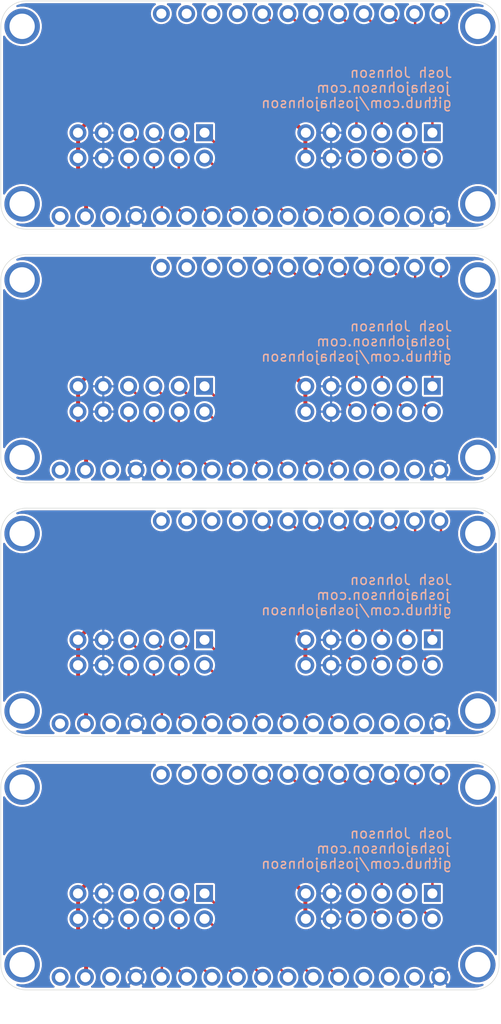
<source format=kicad_pcb>
(kicad_pcb (version 20171130) (host pcbnew "(5.1.2)-1")
  (layers (0 F.Cu signal) (31 B.Cu signal) (34 B.Paste user) (35 F.Paste user) (36 B.SilkS user) (37 F.SilkS user) (38 B.Mask user) (39 F.Mask user) (44 Edge.Cuts user))
  (net 0 "")
  (net 1 +3V3)
  (net 2 GND)
  (net 3 /P1_10)
  (net 4 /P1_4)
  (net 5 /P1_9)
  (net 6 /P1_3)
  (net 7 /P1_8)
  (net 8 /P1_2)
  (net 9 /P1_7)
  (net 10 /P1_1)
  (net 11 /P2_10)
  (net 12 /P2_4)
  (net 13 /P2_9)
  (net 14 /P2_3)
  (net 15 /P2_8)
  (net 16 /P2_2)
  (net 17 /P2_7)
  (net 18 /P2_1)
  (net 19 "Net-(J1-Pad3)")
  (net 20 "Net-(J1-Pad13)")
  (net 21 "Net-(J1-Pad14)")
  (net 22 "Net-(J1-Pad15)")
  (net 23 "Net-(J1-Pad1)")
  (net 24 "Net-(J1-Pad28)")
  (net 25 "Net-(J1-Pad27)")
  (net 26 "Net-(J1-Pad26)")
  (net 27 "Net-(J1-Pad25)")
  (module josh-logos:josh-details (layer B.Cu) (at 126.1 141.8 180)
    (fp_text reference REF**)
    (fp_text value "Josh Details")
    (fp_text user "Josh Johnson" (at 0.2 1 180) (layer B.SilkS) (effects (justify mirror)))
    (fp_text user joshajohnson.com (at 2 -0.5) (layer B.SilkS) (effects (justify mirror)))
    (fp_text user github.com/joshajohnson (at 4.6736 -2.032) (layer B.SilkS) (effects (justify mirror)))
  )
  (module josh-logos:josh-details (layer B.Cu) (at 126.1 116.4 180)
    (fp_text reference REF**)
    (fp_text value "Josh Details")
    (fp_text user "Josh Johnson" (at 0.2 1 180) (layer B.SilkS) (effects (justify mirror)))
    (fp_text user joshajohnson.com (at 2 -0.5) (layer B.SilkS) (effects (justify mirror)))
    (fp_text user github.com/joshajohnson (at 4.6736 -2.032) (layer B.SilkS) (effects (justify mirror)))
  )
  (module josh-logos:josh-details (layer B.Cu) (at 126.1 91 180)
    (fp_text reference REF**)
    (fp_text value "Josh Details")
    (fp_text user "Josh Johnson" (at 0.2 1 180) (layer B.SilkS) (effects (justify mirror)))
    (fp_text user joshajohnson.com (at 2 -0.5) (layer B.SilkS) (effects (justify mirror)))
    (fp_text user github.com/joshajohnson (at 4.6736 -2.032) (layer B.SilkS) (effects (justify mirror)))
  )
  (module josh-connectors:PMOD_HOST (layer F.Cu) (at 99.822 152.146 270)
    (fp_text reference J3 hide)
    (fp_text value PMOD)
    (pad 7 thru_hole oval (at -2.7908 -6.36044 90) (size 1.7 1.7) (drill 1) (layers *.Cu *.Mask) (net 9 /P1_7))
    (pad 6 thru_hole oval (at -5.3308 6.33956 90) (size 1.7 1.7) (drill 1) (layers *.Cu *.Mask) (net 1 +3V3))
    (pad 8 thru_hole oval (at -2.7908 -3.82044 90) (size 1.7 1.7) (drill 1) (layers *.Cu *.Mask) (net 7 /P1_8))
    (pad 2 thru_hole oval (at -5.3308 -3.82044 90) (size 1.7 1.7) (drill 1) (layers *.Cu *.Mask) (net 8 /P1_2))
    (pad 9 thru_hole oval (at -2.7908 -1.28044 90) (size 1.7 1.7) (drill 1) (layers *.Cu *.Mask) (net 5 /P1_9))
    (pad 3 thru_hole oval (at -5.3308 -1.28044 90) (size 1.7 1.7) (drill 1) (layers *.Cu *.Mask) (net 6 /P1_3))
    (pad 10 thru_hole oval (at -2.7908 1.25956 90) (size 1.7 1.7) (drill 1) (layers *.Cu *.Mask) (net 3 /P1_10))
    (pad 4 thru_hole oval (at -5.3308 1.25956 90) (size 1.7 1.7) (drill 1) (layers *.Cu *.Mask) (net 4 /P1_4))
    (pad 11 thru_hole oval (at -2.7908 3.79956 90) (size 1.7 1.7) (drill 1) (layers *.Cu *.Mask) (net 2 GND))
    (pad 5 thru_hole oval (at -5.3308 3.79956 90) (size 1.7 1.7) (drill 1) (layers *.Cu *.Mask) (net 2 GND))
    (pad 12 thru_hole oval (at -2.7908 6.33956 90) (size 1.7 1.7) (drill 1) (layers *.Cu *.Mask) (net 1 +3V3))
    (pad 1 thru_hole rect (at -5.3308 -6.36044 90) (size 1.7 1.7) (drill 1) (layers *.Cu *.Mask) (net 10 /P1_1))
  )
  (module josh-connectors:PMOD_HOST (layer F.Cu) (at 99.822 126.746 270)
    (fp_text reference J3 hide)
    (fp_text value PMOD)
    (pad 7 thru_hole oval (at -2.7908 -6.36044 90) (size 1.7 1.7) (drill 1) (layers *.Cu *.Mask) (net 9 /P1_7))
    (pad 6 thru_hole oval (at -5.3308 6.33956 90) (size 1.7 1.7) (drill 1) (layers *.Cu *.Mask) (net 1 +3V3))
    (pad 8 thru_hole oval (at -2.7908 -3.82044 90) (size 1.7 1.7) (drill 1) (layers *.Cu *.Mask) (net 7 /P1_8))
    (pad 2 thru_hole oval (at -5.3308 -3.82044 90) (size 1.7 1.7) (drill 1) (layers *.Cu *.Mask) (net 8 /P1_2))
    (pad 9 thru_hole oval (at -2.7908 -1.28044 90) (size 1.7 1.7) (drill 1) (layers *.Cu *.Mask) (net 5 /P1_9))
    (pad 3 thru_hole oval (at -5.3308 -1.28044 90) (size 1.7 1.7) (drill 1) (layers *.Cu *.Mask) (net 6 /P1_3))
    (pad 10 thru_hole oval (at -2.7908 1.25956 90) (size 1.7 1.7) (drill 1) (layers *.Cu *.Mask) (net 3 /P1_10))
    (pad 4 thru_hole oval (at -5.3308 1.25956 90) (size 1.7 1.7) (drill 1) (layers *.Cu *.Mask) (net 4 /P1_4))
    (pad 11 thru_hole oval (at -2.7908 3.79956 90) (size 1.7 1.7) (drill 1) (layers *.Cu *.Mask) (net 2 GND))
    (pad 5 thru_hole oval (at -5.3308 3.79956 90) (size 1.7 1.7) (drill 1) (layers *.Cu *.Mask) (net 2 GND))
    (pad 12 thru_hole oval (at -2.7908 6.33956 90) (size 1.7 1.7) (drill 1) (layers *.Cu *.Mask) (net 1 +3V3))
    (pad 1 thru_hole rect (at -5.3308 -6.36044 90) (size 1.7 1.7) (drill 1) (layers *.Cu *.Mask) (net 10 /P1_1))
  )
  (module josh-connectors:PMOD_HOST (layer F.Cu) (at 99.822 101.346 270)
    (fp_text reference J3 hide)
    (fp_text value PMOD)
    (pad 7 thru_hole oval (at -2.7908 -6.36044 90) (size 1.7 1.7) (drill 1) (layers *.Cu *.Mask) (net 9 /P1_7))
    (pad 6 thru_hole oval (at -5.3308 6.33956 90) (size 1.7 1.7) (drill 1) (layers *.Cu *.Mask) (net 1 +3V3))
    (pad 8 thru_hole oval (at -2.7908 -3.82044 90) (size 1.7 1.7) (drill 1) (layers *.Cu *.Mask) (net 7 /P1_8))
    (pad 2 thru_hole oval (at -5.3308 -3.82044 90) (size 1.7 1.7) (drill 1) (layers *.Cu *.Mask) (net 8 /P1_2))
    (pad 9 thru_hole oval (at -2.7908 -1.28044 90) (size 1.7 1.7) (drill 1) (layers *.Cu *.Mask) (net 5 /P1_9))
    (pad 3 thru_hole oval (at -5.3308 -1.28044 90) (size 1.7 1.7) (drill 1) (layers *.Cu *.Mask) (net 6 /P1_3))
    (pad 10 thru_hole oval (at -2.7908 1.25956 90) (size 1.7 1.7) (drill 1) (layers *.Cu *.Mask) (net 3 /P1_10))
    (pad 4 thru_hole oval (at -5.3308 1.25956 90) (size 1.7 1.7) (drill 1) (layers *.Cu *.Mask) (net 4 /P1_4))
    (pad 11 thru_hole oval (at -2.7908 3.79956 90) (size 1.7 1.7) (drill 1) (layers *.Cu *.Mask) (net 2 GND))
    (pad 5 thru_hole oval (at -5.3308 3.79956 90) (size 1.7 1.7) (drill 1) (layers *.Cu *.Mask) (net 2 GND))
    (pad 12 thru_hole oval (at -2.7908 6.33956 90) (size 1.7 1.7) (drill 1) (layers *.Cu *.Mask) (net 1 +3V3))
    (pad 1 thru_hole rect (at -5.3308 -6.36044 90) (size 1.7 1.7) (drill 1) (layers *.Cu *.Mask) (net 10 /P1_1))
  )
  (module josh-connectors:featherwing (layer F.Cu) (at 110.74 145.05)
    (fp_text reference J1)
    (fp_text value Feather)
    (fp_line (start 24.993132 8.938762) (end 24.9936 -8.89) (layer Edge.Cuts) (width 0.05))
    (fp_line (start -24.9936 -8.89) (end -24.9936 8.89) (layer Edge.Cuts) (width 0.05))
    (fp_arc (start 22.4536 -8.89) (end 22.4536 -11.43) (angle 90) (layer Edge.Cuts) (width 0.05))
    (fp_arc (start 22.4536 8.89) (end 22.4536 11.43) (angle -88.9) (layer Edge.Cuts) (width 0.05))
    (fp_arc (start -22.4536 8.89) (end -22.4536 11.43) (angle 90) (layer Edge.Cuts) (width 0.05))
    (fp_arc (start -22.4536 -8.89) (end -24.9936 -8.89) (angle 90) (layer Edge.Cuts) (width 0.05))
    (pad "" np_thru_hole circle (at 22.86 8.89) (size 3.556 3.556) (drill 2.54) (layers *.Cu *.Mask))
    (pad "" np_thru_hole circle (at -22.86 8.89) (size 3.556 3.556) (drill 2.54) (layers *.Cu *.Mask))
    (pad "" np_thru_hole circle (at 22.86 -8.89) (size 3.556 3.556) (drill 2.54) (layers *.Cu *.Mask))
    (pad "" np_thru_hole circle (at -22.86 -8.89) (size 3.556 3.556) (drill 2.54) (layers *.Cu *.Mask))
    (pad 17 thru_hole circle (at 19.05 -10.16) (size 1.7 1.7) (drill 1) (layers *.Cu *.Mask) (net 18 /P2_1))
    (pad 18 thru_hole circle (at 16.51 -10.16) (size 1.7 1.7) (drill 1) (layers *.Cu *.Mask) (net 17 /P2_7))
    (pad 19 thru_hole circle (at 13.97 -10.16) (size 1.7 1.7) (drill 1) (layers *.Cu *.Mask) (net 16 /P2_2))
    (pad 20 thru_hole circle (at 11.43 -10.16) (size 1.7 1.7) (drill 1) (layers *.Cu *.Mask) (net 15 /P2_8))
    (pad 21 thru_hole circle (at 8.89 -10.16) (size 1.7 1.7) (drill 1) (layers *.Cu *.Mask) (net 14 /P2_3))
    (pad 22 thru_hole circle (at 6.35 -10.16) (size 1.7 1.7) (drill 1) (layers *.Cu *.Mask) (net 13 /P2_9))
    (pad 23 thru_hole circle (at 3.81 -10.16) (size 1.7 1.7) (drill 1) (layers *.Cu *.Mask) (net 12 /P2_4))
    (pad 24 thru_hole circle (at 1.27 -10.16) (size 1.7 1.7) (drill 1) (layers *.Cu *.Mask) (net 11 /P2_10))
    (pad 25 thru_hole circle (at -1.27 -10.16) (size 1.7 1.7) (drill 1) (layers *.Cu *.Mask) (net 27 "Net-(J1-Pad25)"))
    (pad 26 thru_hole circle (at -3.81 -10.16) (size 1.7 1.7) (drill 1) (layers *.Cu *.Mask) (net 26 "Net-(J1-Pad26)"))
    (pad 27 thru_hole circle (at -6.35 -10.16) (size 1.7 1.7) (drill 1) (layers *.Cu *.Mask) (net 25 "Net-(J1-Pad27)"))
    (pad 28 thru_hole circle (at -8.89 -10.16) (size 1.7 1.7) (drill 1) (layers *.Cu *.Mask) (net 24 "Net-(J1-Pad28)"))
    (pad 16 thru_hole circle (at 19.05 10.16) (size 1.7 1.7) (drill 1) (layers *.Cu *.Mask) (net 2 GND))
    (pad 1 thru_hole circle (at -19.05 10.16) (size 1.7 1.7) (drill 1) (layers *.Cu *.Mask) (net 23 "Net-(J1-Pad1)"))
    (pad 15 thru_hole circle (at 16.51 10.16) (size 1.7 1.7) (drill 1) (layers *.Cu *.Mask) (net 22 "Net-(J1-Pad15)"))
    (pad 14 thru_hole circle (at 13.97 10.16) (size 1.7 1.7) (drill 1) (layers *.Cu *.Mask) (net 21 "Net-(J1-Pad14)"))
    (pad 13 thru_hole circle (at 11.43 10.16) (size 1.7 1.7) (drill 1) (layers *.Cu *.Mask) (net 20 "Net-(J1-Pad13)"))
    (pad 12 thru_hole circle (at 8.89 10.16) (size 1.7 1.7) (drill 1) (layers *.Cu *.Mask) (net 10 /P1_1))
    (pad 11 thru_hole circle (at 6.35 10.16) (size 1.7 1.7) (drill 1) (layers *.Cu *.Mask) (net 9 /P1_7))
    (pad 10 thru_hole circle (at 3.81 10.16) (size 1.7 1.7) (drill 1) (layers *.Cu *.Mask) (net 8 /P1_2))
    (pad 9 thru_hole circle (at 1.27 10.16) (size 1.7 1.7) (drill 1) (layers *.Cu *.Mask) (net 7 /P1_8))
    (pad 8 thru_hole circle (at -1.27 10.16) (size 1.7 1.7) (drill 1) (layers *.Cu *.Mask) (net 6 /P1_3))
    (pad 7 thru_hole circle (at -3.81 10.16) (size 1.7 1.7) (drill 1) (layers *.Cu *.Mask) (net 5 /P1_9))
    (pad 6 thru_hole circle (at -6.35 10.16) (size 1.7 1.7) (drill 1) (layers *.Cu *.Mask) (net 4 /P1_4))
    (pad 5 thru_hole circle (at -8.89 10.16) (size 1.7 1.7) (drill 1) (layers *.Cu *.Mask) (net 3 /P1_10))
    (pad 4 thru_hole circle (at -11.43 10.16) (size 1.7 1.7) (drill 1) (layers *.Cu *.Mask) (net 2 GND))
    (pad 3 thru_hole circle (at -13.97 10.16) (size 1.7 1.7) (drill 1) (layers *.Cu *.Mask) (net 19 "Net-(J1-Pad3)"))
    (pad 2 thru_hole circle (at -16.51 10.16) (size 1.7 1.7) (drill 1) (layers *.Cu *.Mask) (net 1 +3V3))
  )
  (module josh-connectors:featherwing (layer F.Cu) (at 110.74 119.65)
    (fp_text reference J1)
    (fp_text value Feather)
    (fp_line (start 24.993132 8.938762) (end 24.9936 -8.89) (layer Edge.Cuts) (width 0.05))
    (fp_line (start -24.9936 -8.89) (end -24.9936 8.89) (layer Edge.Cuts) (width 0.05))
    (fp_arc (start 22.4536 -8.89) (end 22.4536 -11.43) (angle 90) (layer Edge.Cuts) (width 0.05))
    (fp_arc (start 22.4536 8.89) (end 22.4536 11.43) (angle -88.9) (layer Edge.Cuts) (width 0.05))
    (fp_arc (start -22.4536 8.89) (end -22.4536 11.43) (angle 90) (layer Edge.Cuts) (width 0.05))
    (fp_arc (start -22.4536 -8.89) (end -24.9936 -8.89) (angle 90) (layer Edge.Cuts) (width 0.05))
    (pad "" np_thru_hole circle (at 22.86 8.89) (size 3.556 3.556) (drill 2.54) (layers *.Cu *.Mask))
    (pad "" np_thru_hole circle (at -22.86 8.89) (size 3.556 3.556) (drill 2.54) (layers *.Cu *.Mask))
    (pad "" np_thru_hole circle (at 22.86 -8.89) (size 3.556 3.556) (drill 2.54) (layers *.Cu *.Mask))
    (pad "" np_thru_hole circle (at -22.86 -8.89) (size 3.556 3.556) (drill 2.54) (layers *.Cu *.Mask))
    (pad 17 thru_hole circle (at 19.05 -10.16) (size 1.7 1.7) (drill 1) (layers *.Cu *.Mask) (net 18 /P2_1))
    (pad 18 thru_hole circle (at 16.51 -10.16) (size 1.7 1.7) (drill 1) (layers *.Cu *.Mask) (net 17 /P2_7))
    (pad 19 thru_hole circle (at 13.97 -10.16) (size 1.7 1.7) (drill 1) (layers *.Cu *.Mask) (net 16 /P2_2))
    (pad 20 thru_hole circle (at 11.43 -10.16) (size 1.7 1.7) (drill 1) (layers *.Cu *.Mask) (net 15 /P2_8))
    (pad 21 thru_hole circle (at 8.89 -10.16) (size 1.7 1.7) (drill 1) (layers *.Cu *.Mask) (net 14 /P2_3))
    (pad 22 thru_hole circle (at 6.35 -10.16) (size 1.7 1.7) (drill 1) (layers *.Cu *.Mask) (net 13 /P2_9))
    (pad 23 thru_hole circle (at 3.81 -10.16) (size 1.7 1.7) (drill 1) (layers *.Cu *.Mask) (net 12 /P2_4))
    (pad 24 thru_hole circle (at 1.27 -10.16) (size 1.7 1.7) (drill 1) (layers *.Cu *.Mask) (net 11 /P2_10))
    (pad 25 thru_hole circle (at -1.27 -10.16) (size 1.7 1.7) (drill 1) (layers *.Cu *.Mask) (net 27 "Net-(J1-Pad25)"))
    (pad 26 thru_hole circle (at -3.81 -10.16) (size 1.7 1.7) (drill 1) (layers *.Cu *.Mask) (net 26 "Net-(J1-Pad26)"))
    (pad 27 thru_hole circle (at -6.35 -10.16) (size 1.7 1.7) (drill 1) (layers *.Cu *.Mask) (net 25 "Net-(J1-Pad27)"))
    (pad 28 thru_hole circle (at -8.89 -10.16) (size 1.7 1.7) (drill 1) (layers *.Cu *.Mask) (net 24 "Net-(J1-Pad28)"))
    (pad 16 thru_hole circle (at 19.05 10.16) (size 1.7 1.7) (drill 1) (layers *.Cu *.Mask) (net 2 GND))
    (pad 1 thru_hole circle (at -19.05 10.16) (size 1.7 1.7) (drill 1) (layers *.Cu *.Mask) (net 23 "Net-(J1-Pad1)"))
    (pad 15 thru_hole circle (at 16.51 10.16) (size 1.7 1.7) (drill 1) (layers *.Cu *.Mask) (net 22 "Net-(J1-Pad15)"))
    (pad 14 thru_hole circle (at 13.97 10.16) (size 1.7 1.7) (drill 1) (layers *.Cu *.Mask) (net 21 "Net-(J1-Pad14)"))
    (pad 13 thru_hole circle (at 11.43 10.16) (size 1.7 1.7) (drill 1) (layers *.Cu *.Mask) (net 20 "Net-(J1-Pad13)"))
    (pad 12 thru_hole circle (at 8.89 10.16) (size 1.7 1.7) (drill 1) (layers *.Cu *.Mask) (net 10 /P1_1))
    (pad 11 thru_hole circle (at 6.35 10.16) (size 1.7 1.7) (drill 1) (layers *.Cu *.Mask) (net 9 /P1_7))
    (pad 10 thru_hole circle (at 3.81 10.16) (size 1.7 1.7) (drill 1) (layers *.Cu *.Mask) (net 8 /P1_2))
    (pad 9 thru_hole circle (at 1.27 10.16) (size 1.7 1.7) (drill 1) (layers *.Cu *.Mask) (net 7 /P1_8))
    (pad 8 thru_hole circle (at -1.27 10.16) (size 1.7 1.7) (drill 1) (layers *.Cu *.Mask) (net 6 /P1_3))
    (pad 7 thru_hole circle (at -3.81 10.16) (size 1.7 1.7) (drill 1) (layers *.Cu *.Mask) (net 5 /P1_9))
    (pad 6 thru_hole circle (at -6.35 10.16) (size 1.7 1.7) (drill 1) (layers *.Cu *.Mask) (net 4 /P1_4))
    (pad 5 thru_hole circle (at -8.89 10.16) (size 1.7 1.7) (drill 1) (layers *.Cu *.Mask) (net 3 /P1_10))
    (pad 4 thru_hole circle (at -11.43 10.16) (size 1.7 1.7) (drill 1) (layers *.Cu *.Mask) (net 2 GND))
    (pad 3 thru_hole circle (at -13.97 10.16) (size 1.7 1.7) (drill 1) (layers *.Cu *.Mask) (net 19 "Net-(J1-Pad3)"))
    (pad 2 thru_hole circle (at -16.51 10.16) (size 1.7 1.7) (drill 1) (layers *.Cu *.Mask) (net 1 +3V3))
  )
  (module josh-connectors:featherwing (layer F.Cu) (at 110.74 94.25)
    (fp_text reference J1)
    (fp_text value Feather)
    (fp_line (start 24.993132 8.938762) (end 24.9936 -8.89) (layer Edge.Cuts) (width 0.05))
    (fp_line (start -24.9936 -8.89) (end -24.9936 8.89) (layer Edge.Cuts) (width 0.05))
    (fp_arc (start 22.4536 -8.89) (end 22.4536 -11.43) (angle 90) (layer Edge.Cuts) (width 0.05))
    (fp_arc (start 22.4536 8.89) (end 22.4536 11.43) (angle -88.9) (layer Edge.Cuts) (width 0.05))
    (fp_arc (start -22.4536 8.89) (end -22.4536 11.43) (angle 90) (layer Edge.Cuts) (width 0.05))
    (fp_arc (start -22.4536 -8.89) (end -24.9936 -8.89) (angle 90) (layer Edge.Cuts) (width 0.05))
    (pad "" np_thru_hole circle (at 22.86 8.89) (size 3.556 3.556) (drill 2.54) (layers *.Cu *.Mask))
    (pad "" np_thru_hole circle (at -22.86 8.89) (size 3.556 3.556) (drill 2.54) (layers *.Cu *.Mask))
    (pad "" np_thru_hole circle (at 22.86 -8.89) (size 3.556 3.556) (drill 2.54) (layers *.Cu *.Mask))
    (pad "" np_thru_hole circle (at -22.86 -8.89) (size 3.556 3.556) (drill 2.54) (layers *.Cu *.Mask))
    (pad 17 thru_hole circle (at 19.05 -10.16) (size 1.7 1.7) (drill 1) (layers *.Cu *.Mask) (net 18 /P2_1))
    (pad 18 thru_hole circle (at 16.51 -10.16) (size 1.7 1.7) (drill 1) (layers *.Cu *.Mask) (net 17 /P2_7))
    (pad 19 thru_hole circle (at 13.97 -10.16) (size 1.7 1.7) (drill 1) (layers *.Cu *.Mask) (net 16 /P2_2))
    (pad 20 thru_hole circle (at 11.43 -10.16) (size 1.7 1.7) (drill 1) (layers *.Cu *.Mask) (net 15 /P2_8))
    (pad 21 thru_hole circle (at 8.89 -10.16) (size 1.7 1.7) (drill 1) (layers *.Cu *.Mask) (net 14 /P2_3))
    (pad 22 thru_hole circle (at 6.35 -10.16) (size 1.7 1.7) (drill 1) (layers *.Cu *.Mask) (net 13 /P2_9))
    (pad 23 thru_hole circle (at 3.81 -10.16) (size 1.7 1.7) (drill 1) (layers *.Cu *.Mask) (net 12 /P2_4))
    (pad 24 thru_hole circle (at 1.27 -10.16) (size 1.7 1.7) (drill 1) (layers *.Cu *.Mask) (net 11 /P2_10))
    (pad 25 thru_hole circle (at -1.27 -10.16) (size 1.7 1.7) (drill 1) (layers *.Cu *.Mask) (net 27 "Net-(J1-Pad25)"))
    (pad 26 thru_hole circle (at -3.81 -10.16) (size 1.7 1.7) (drill 1) (layers *.Cu *.Mask) (net 26 "Net-(J1-Pad26)"))
    (pad 27 thru_hole circle (at -6.35 -10.16) (size 1.7 1.7) (drill 1) (layers *.Cu *.Mask) (net 25 "Net-(J1-Pad27)"))
    (pad 28 thru_hole circle (at -8.89 -10.16) (size 1.7 1.7) (drill 1) (layers *.Cu *.Mask) (net 24 "Net-(J1-Pad28)"))
    (pad 16 thru_hole circle (at 19.05 10.16) (size 1.7 1.7) (drill 1) (layers *.Cu *.Mask) (net 2 GND))
    (pad 1 thru_hole circle (at -19.05 10.16) (size 1.7 1.7) (drill 1) (layers *.Cu *.Mask) (net 23 "Net-(J1-Pad1)"))
    (pad 15 thru_hole circle (at 16.51 10.16) (size 1.7 1.7) (drill 1) (layers *.Cu *.Mask) (net 22 "Net-(J1-Pad15)"))
    (pad 14 thru_hole circle (at 13.97 10.16) (size 1.7 1.7) (drill 1) (layers *.Cu *.Mask) (net 21 "Net-(J1-Pad14)"))
    (pad 13 thru_hole circle (at 11.43 10.16) (size 1.7 1.7) (drill 1) (layers *.Cu *.Mask) (net 20 "Net-(J1-Pad13)"))
    (pad 12 thru_hole circle (at 8.89 10.16) (size 1.7 1.7) (drill 1) (layers *.Cu *.Mask) (net 10 /P1_1))
    (pad 11 thru_hole circle (at 6.35 10.16) (size 1.7 1.7) (drill 1) (layers *.Cu *.Mask) (net 9 /P1_7))
    (pad 10 thru_hole circle (at 3.81 10.16) (size 1.7 1.7) (drill 1) (layers *.Cu *.Mask) (net 8 /P1_2))
    (pad 9 thru_hole circle (at 1.27 10.16) (size 1.7 1.7) (drill 1) (layers *.Cu *.Mask) (net 7 /P1_8))
    (pad 8 thru_hole circle (at -1.27 10.16) (size 1.7 1.7) (drill 1) (layers *.Cu *.Mask) (net 6 /P1_3))
    (pad 7 thru_hole circle (at -3.81 10.16) (size 1.7 1.7) (drill 1) (layers *.Cu *.Mask) (net 5 /P1_9))
    (pad 6 thru_hole circle (at -6.35 10.16) (size 1.7 1.7) (drill 1) (layers *.Cu *.Mask) (net 4 /P1_4))
    (pad 5 thru_hole circle (at -8.89 10.16) (size 1.7 1.7) (drill 1) (layers *.Cu *.Mask) (net 3 /P1_10))
    (pad 4 thru_hole circle (at -11.43 10.16) (size 1.7 1.7) (drill 1) (layers *.Cu *.Mask) (net 2 GND))
    (pad 3 thru_hole circle (at -13.97 10.16) (size 1.7 1.7) (drill 1) (layers *.Cu *.Mask) (net 19 "Net-(J1-Pad3)"))
    (pad 2 thru_hole circle (at -16.51 10.16) (size 1.7 1.7) (drill 1) (layers *.Cu *.Mask) (net 1 +3V3))
  )
  (module josh-connectors:PMOD_HOST (layer F.Cu) (at 122.682 152.146 270)
    (fp_text reference J2 hide)
    (fp_text value PMOD)
    (pad 7 thru_hole oval (at -2.7908 -6.36044 90) (size 1.7 1.7) (drill 1) (layers *.Cu *.Mask) (net 17 /P2_7))
    (pad 6 thru_hole oval (at -5.3308 6.33956 90) (size 1.7 1.7) (drill 1) (layers *.Cu *.Mask) (net 1 +3V3))
    (pad 8 thru_hole oval (at -2.7908 -3.82044 90) (size 1.7 1.7) (drill 1) (layers *.Cu *.Mask) (net 15 /P2_8))
    (pad 2 thru_hole oval (at -5.3308 -3.82044 90) (size 1.7 1.7) (drill 1) (layers *.Cu *.Mask) (net 16 /P2_2))
    (pad 9 thru_hole oval (at -2.7908 -1.28044 90) (size 1.7 1.7) (drill 1) (layers *.Cu *.Mask) (net 13 /P2_9))
    (pad 3 thru_hole oval (at -5.3308 -1.28044 90) (size 1.7 1.7) (drill 1) (layers *.Cu *.Mask) (net 14 /P2_3))
    (pad 10 thru_hole oval (at -2.7908 1.25956 90) (size 1.7 1.7) (drill 1) (layers *.Cu *.Mask) (net 11 /P2_10))
    (pad 4 thru_hole oval (at -5.3308 1.25956 90) (size 1.7 1.7) (drill 1) (layers *.Cu *.Mask) (net 12 /P2_4))
    (pad 11 thru_hole oval (at -2.7908 3.79956 90) (size 1.7 1.7) (drill 1) (layers *.Cu *.Mask) (net 2 GND))
    (pad 5 thru_hole oval (at -5.3308 3.79956 90) (size 1.7 1.7) (drill 1) (layers *.Cu *.Mask) (net 2 GND))
    (pad 12 thru_hole oval (at -2.7908 6.33956 90) (size 1.7 1.7) (drill 1) (layers *.Cu *.Mask) (net 1 +3V3))
    (pad 1 thru_hole rect (at -5.3308 -6.36044 90) (size 1.7 1.7) (drill 1) (layers *.Cu *.Mask) (net 18 /P2_1))
  )
  (module josh-connectors:PMOD_HOST (layer F.Cu) (at 122.682 126.746 270)
    (fp_text reference J2 hide)
    (fp_text value PMOD)
    (pad 7 thru_hole oval (at -2.7908 -6.36044 90) (size 1.7 1.7) (drill 1) (layers *.Cu *.Mask) (net 17 /P2_7))
    (pad 6 thru_hole oval (at -5.3308 6.33956 90) (size 1.7 1.7) (drill 1) (layers *.Cu *.Mask) (net 1 +3V3))
    (pad 8 thru_hole oval (at -2.7908 -3.82044 90) (size 1.7 1.7) (drill 1) (layers *.Cu *.Mask) (net 15 /P2_8))
    (pad 2 thru_hole oval (at -5.3308 -3.82044 90) (size 1.7 1.7) (drill 1) (layers *.Cu *.Mask) (net 16 /P2_2))
    (pad 9 thru_hole oval (at -2.7908 -1.28044 90) (size 1.7 1.7) (drill 1) (layers *.Cu *.Mask) (net 13 /P2_9))
    (pad 3 thru_hole oval (at -5.3308 -1.28044 90) (size 1.7 1.7) (drill 1) (layers *.Cu *.Mask) (net 14 /P2_3))
    (pad 10 thru_hole oval (at -2.7908 1.25956 90) (size 1.7 1.7) (drill 1) (layers *.Cu *.Mask) (net 11 /P2_10))
    (pad 4 thru_hole oval (at -5.3308 1.25956 90) (size 1.7 1.7) (drill 1) (layers *.Cu *.Mask) (net 12 /P2_4))
    (pad 11 thru_hole oval (at -2.7908 3.79956 90) (size 1.7 1.7) (drill 1) (layers *.Cu *.Mask) (net 2 GND))
    (pad 5 thru_hole oval (at -5.3308 3.79956 90) (size 1.7 1.7) (drill 1) (layers *.Cu *.Mask) (net 2 GND))
    (pad 12 thru_hole oval (at -2.7908 6.33956 90) (size 1.7 1.7) (drill 1) (layers *.Cu *.Mask) (net 1 +3V3))
    (pad 1 thru_hole rect (at -5.3308 -6.36044 90) (size 1.7 1.7) (drill 1) (layers *.Cu *.Mask) (net 18 /P2_1))
  )
  (module josh-connectors:PMOD_HOST (layer F.Cu) (at 122.682 101.346 270)
    (fp_text reference J2 hide)
    (fp_text value PMOD)
    (pad 7 thru_hole oval (at -2.7908 -6.36044 90) (size 1.7 1.7) (drill 1) (layers *.Cu *.Mask) (net 17 /P2_7))
    (pad 6 thru_hole oval (at -5.3308 6.33956 90) (size 1.7 1.7) (drill 1) (layers *.Cu *.Mask) (net 1 +3V3))
    (pad 8 thru_hole oval (at -2.7908 -3.82044 90) (size 1.7 1.7) (drill 1) (layers *.Cu *.Mask) (net 15 /P2_8))
    (pad 2 thru_hole oval (at -5.3308 -3.82044 90) (size 1.7 1.7) (drill 1) (layers *.Cu *.Mask) (net 16 /P2_2))
    (pad 9 thru_hole oval (at -2.7908 -1.28044 90) (size 1.7 1.7) (drill 1) (layers *.Cu *.Mask) (net 13 /P2_9))
    (pad 3 thru_hole oval (at -5.3308 -1.28044 90) (size 1.7 1.7) (drill 1) (layers *.Cu *.Mask) (net 14 /P2_3))
    (pad 10 thru_hole oval (at -2.7908 1.25956 90) (size 1.7 1.7) (drill 1) (layers *.Cu *.Mask) (net 11 /P2_10))
    (pad 4 thru_hole oval (at -5.3308 1.25956 90) (size 1.7 1.7) (drill 1) (layers *.Cu *.Mask) (net 12 /P2_4))
    (pad 11 thru_hole oval (at -2.7908 3.79956 90) (size 1.7 1.7) (drill 1) (layers *.Cu *.Mask) (net 2 GND))
    (pad 5 thru_hole oval (at -5.3308 3.79956 90) (size 1.7 1.7) (drill 1) (layers *.Cu *.Mask) (net 2 GND))
    (pad 12 thru_hole oval (at -2.7908 6.33956 90) (size 1.7 1.7) (drill 1) (layers *.Cu *.Mask) (net 1 +3V3))
    (pad 1 thru_hole rect (at -5.3308 -6.36044 90) (size 1.7 1.7) (drill 1) (layers *.Cu *.Mask) (net 18 /P2_1))
  )
  (module josh-connectors:featherwing (layer F.Cu) (at 110.74 68.85)
    (fp_text reference J1)
    (fp_text value Feather)
    (fp_arc (start -22.4536 -8.89) (end -24.9936 -8.89) (angle 90) (layer Edge.Cuts) (width 0.05))
    (fp_arc (start -22.4536 8.89) (end -22.4536 11.43) (angle 90) (layer Edge.Cuts) (width 0.05))
    (fp_arc (start 22.4536 8.89) (end 22.4536 11.43) (angle -88.9) (layer Edge.Cuts) (width 0.05))
    (fp_arc (start 22.4536 -8.89) (end 22.4536 -11.43) (angle 90) (layer Edge.Cuts) (width 0.05))
    (fp_line (start -24.9936 -8.89) (end -24.9936 8.89) (layer Edge.Cuts) (width 0.05))
    (fp_line (start 24.993132 8.938762) (end 24.9936 -8.89) (layer Edge.Cuts) (width 0.05))
    (pad 2 thru_hole circle (at -16.51 10.16) (size 1.7 1.7) (drill 1) (layers *.Cu *.Mask) (net 1 +3V3))
    (pad 3 thru_hole circle (at -13.97 10.16) (size 1.7 1.7) (drill 1) (layers *.Cu *.Mask) (net 19 "Net-(J1-Pad3)"))
    (pad 4 thru_hole circle (at -11.43 10.16) (size 1.7 1.7) (drill 1) (layers *.Cu *.Mask) (net 2 GND))
    (pad 5 thru_hole circle (at -8.89 10.16) (size 1.7 1.7) (drill 1) (layers *.Cu *.Mask) (net 3 /P1_10))
    (pad 6 thru_hole circle (at -6.35 10.16) (size 1.7 1.7) (drill 1) (layers *.Cu *.Mask) (net 4 /P1_4))
    (pad 7 thru_hole circle (at -3.81 10.16) (size 1.7 1.7) (drill 1) (layers *.Cu *.Mask) (net 5 /P1_9))
    (pad 8 thru_hole circle (at -1.27 10.16) (size 1.7 1.7) (drill 1) (layers *.Cu *.Mask) (net 6 /P1_3))
    (pad 9 thru_hole circle (at 1.27 10.16) (size 1.7 1.7) (drill 1) (layers *.Cu *.Mask) (net 7 /P1_8))
    (pad 10 thru_hole circle (at 3.81 10.16) (size 1.7 1.7) (drill 1) (layers *.Cu *.Mask) (net 8 /P1_2))
    (pad 11 thru_hole circle (at 6.35 10.16) (size 1.7 1.7) (drill 1) (layers *.Cu *.Mask) (net 9 /P1_7))
    (pad 12 thru_hole circle (at 8.89 10.16) (size 1.7 1.7) (drill 1) (layers *.Cu *.Mask) (net 10 /P1_1))
    (pad 13 thru_hole circle (at 11.43 10.16) (size 1.7 1.7) (drill 1) (layers *.Cu *.Mask) (net 20 "Net-(J1-Pad13)"))
    (pad 14 thru_hole circle (at 13.97 10.16) (size 1.7 1.7) (drill 1) (layers *.Cu *.Mask) (net 21 "Net-(J1-Pad14)"))
    (pad 15 thru_hole circle (at 16.51 10.16) (size 1.7 1.7) (drill 1) (layers *.Cu *.Mask) (net 22 "Net-(J1-Pad15)"))
    (pad 1 thru_hole circle (at -19.05 10.16) (size 1.7 1.7) (drill 1) (layers *.Cu *.Mask) (net 23 "Net-(J1-Pad1)"))
    (pad 16 thru_hole circle (at 19.05 10.16) (size 1.7 1.7) (drill 1) (layers *.Cu *.Mask) (net 2 GND))
    (pad 28 thru_hole circle (at -8.89 -10.16) (size 1.7 1.7) (drill 1) (layers *.Cu *.Mask) (net 24 "Net-(J1-Pad28)"))
    (pad 27 thru_hole circle (at -6.35 -10.16) (size 1.7 1.7) (drill 1) (layers *.Cu *.Mask) (net 25 "Net-(J1-Pad27)"))
    (pad 26 thru_hole circle (at -3.81 -10.16) (size 1.7 1.7) (drill 1) (layers *.Cu *.Mask) (net 26 "Net-(J1-Pad26)"))
    (pad 25 thru_hole circle (at -1.27 -10.16) (size 1.7 1.7) (drill 1) (layers *.Cu *.Mask) (net 27 "Net-(J1-Pad25)"))
    (pad 24 thru_hole circle (at 1.27 -10.16) (size 1.7 1.7) (drill 1) (layers *.Cu *.Mask) (net 11 /P2_10))
    (pad 23 thru_hole circle (at 3.81 -10.16) (size 1.7 1.7) (drill 1) (layers *.Cu *.Mask) (net 12 /P2_4))
    (pad 22 thru_hole circle (at 6.35 -10.16) (size 1.7 1.7) (drill 1) (layers *.Cu *.Mask) (net 13 /P2_9))
    (pad 21 thru_hole circle (at 8.89 -10.16) (size 1.7 1.7) (drill 1) (layers *.Cu *.Mask) (net 14 /P2_3))
    (pad 20 thru_hole circle (at 11.43 -10.16) (size 1.7 1.7) (drill 1) (layers *.Cu *.Mask) (net 15 /P2_8))
    (pad 19 thru_hole circle (at 13.97 -10.16) (size 1.7 1.7) (drill 1) (layers *.Cu *.Mask) (net 16 /P2_2))
    (pad 18 thru_hole circle (at 16.51 -10.16) (size 1.7 1.7) (drill 1) (layers *.Cu *.Mask) (net 17 /P2_7))
    (pad 17 thru_hole circle (at 19.05 -10.16) (size 1.7 1.7) (drill 1) (layers *.Cu *.Mask) (net 18 /P2_1))
    (pad "" np_thru_hole circle (at -22.86 -8.89) (size 3.556 3.556) (drill 2.54) (layers *.Cu *.Mask))
    (pad "" np_thru_hole circle (at 22.86 -8.89) (size 3.556 3.556) (drill 2.54) (layers *.Cu *.Mask))
    (pad "" np_thru_hole circle (at -22.86 8.89) (size 3.556 3.556) (drill 2.54) (layers *.Cu *.Mask))
    (pad "" np_thru_hole circle (at 22.86 8.89) (size 3.556 3.556) (drill 2.54) (layers *.Cu *.Mask))
  )
  (module josh-logos:josh-details (layer B.Cu) (at 126.1 65.6 180)
    (fp_text reference REF**)
    (fp_text value "Josh Details")
    (fp_text user github.com/joshajohnson (at 4.6736 -2.032) (layer B.SilkS) (effects (justify mirror)))
    (fp_text user joshajohnson.com (at 2 -0.5) (layer B.SilkS) (effects (justify mirror)))
    (fp_text user "Josh Johnson" (at 0.2 1 180) (layer B.SilkS) (effects (justify mirror)))
  )
  (module josh-connectors:PMOD_HOST (layer F.Cu) (at 99.822 75.946 270)
    (fp_text reference J3 hide)
    (fp_text value PMOD)
    (pad 1 thru_hole rect (at -5.3308 -6.36044 90) (size 1.7 1.7) (drill 1) (layers *.Cu *.Mask) (net 10 /P1_1))
    (pad 12 thru_hole oval (at -2.7908 6.33956 90) (size 1.7 1.7) (drill 1) (layers *.Cu *.Mask) (net 1 +3V3))
    (pad 5 thru_hole oval (at -5.3308 3.79956 90) (size 1.7 1.7) (drill 1) (layers *.Cu *.Mask) (net 2 GND))
    (pad 11 thru_hole oval (at -2.7908 3.79956 90) (size 1.7 1.7) (drill 1) (layers *.Cu *.Mask) (net 2 GND))
    (pad 4 thru_hole oval (at -5.3308 1.25956 90) (size 1.7 1.7) (drill 1) (layers *.Cu *.Mask) (net 4 /P1_4))
    (pad 10 thru_hole oval (at -2.7908 1.25956 90) (size 1.7 1.7) (drill 1) (layers *.Cu *.Mask) (net 3 /P1_10))
    (pad 3 thru_hole oval (at -5.3308 -1.28044 90) (size 1.7 1.7) (drill 1) (layers *.Cu *.Mask) (net 6 /P1_3))
    (pad 9 thru_hole oval (at -2.7908 -1.28044 90) (size 1.7 1.7) (drill 1) (layers *.Cu *.Mask) (net 5 /P1_9))
    (pad 2 thru_hole oval (at -5.3308 -3.82044 90) (size 1.7 1.7) (drill 1) (layers *.Cu *.Mask) (net 8 /P1_2))
    (pad 8 thru_hole oval (at -2.7908 -3.82044 90) (size 1.7 1.7) (drill 1) (layers *.Cu *.Mask) (net 7 /P1_8))
    (pad 6 thru_hole oval (at -5.3308 6.33956 90) (size 1.7 1.7) (drill 1) (layers *.Cu *.Mask) (net 1 +3V3))
    (pad 7 thru_hole oval (at -2.7908 -6.36044 90) (size 1.7 1.7) (drill 1) (layers *.Cu *.Mask) (net 9 /P1_7))
  )
  (module josh-connectors:PMOD_HOST (layer F.Cu) (at 122.682 75.946 270)
    (fp_text reference J2 hide)
    (fp_text value PMOD)
    (pad 1 thru_hole rect (at -5.3308 -6.36044 90) (size 1.7 1.7) (drill 1) (layers *.Cu *.Mask) (net 18 /P2_1))
    (pad 12 thru_hole oval (at -2.7908 6.33956 90) (size 1.7 1.7) (drill 1) (layers *.Cu *.Mask) (net 1 +3V3))
    (pad 5 thru_hole oval (at -5.3308 3.79956 90) (size 1.7 1.7) (drill 1) (layers *.Cu *.Mask) (net 2 GND))
    (pad 11 thru_hole oval (at -2.7908 3.79956 90) (size 1.7 1.7) (drill 1) (layers *.Cu *.Mask) (net 2 GND))
    (pad 4 thru_hole oval (at -5.3308 1.25956 90) (size 1.7 1.7) (drill 1) (layers *.Cu *.Mask) (net 12 /P2_4))
    (pad 10 thru_hole oval (at -2.7908 1.25956 90) (size 1.7 1.7) (drill 1) (layers *.Cu *.Mask) (net 11 /P2_10))
    (pad 3 thru_hole oval (at -5.3308 -1.28044 90) (size 1.7 1.7) (drill 1) (layers *.Cu *.Mask) (net 14 /P2_3))
    (pad 9 thru_hole oval (at -2.7908 -1.28044 90) (size 1.7 1.7) (drill 1) (layers *.Cu *.Mask) (net 13 /P2_9))
    (pad 2 thru_hole oval (at -5.3308 -3.82044 90) (size 1.7 1.7) (drill 1) (layers *.Cu *.Mask) (net 16 /P2_2))
    (pad 8 thru_hole oval (at -2.7908 -3.82044 90) (size 1.7 1.7) (drill 1) (layers *.Cu *.Mask) (net 15 /P2_8))
    (pad 6 thru_hole oval (at -5.3308 6.33956 90) (size 1.7 1.7) (drill 1) (layers *.Cu *.Mask) (net 1 +3V3))
    (pad 7 thru_hole oval (at -2.7908 -6.36044 90) (size 1.7 1.7) (drill 1) (layers *.Cu *.Mask) (net 17 /P2_7))
  )
  (gr_line (start 88.2864 133.62) (end 133.1936 133.62) (layer Edge.Cuts) (width 0.05))
  (gr_line (start 88.2864 108.22) (end 133.1936 108.22) (layer Edge.Cuts) (width 0.05))
  (gr_line (start 88.2864 82.82) (end 133.1936 82.82) (layer Edge.Cuts) (width 0.05))
  (gr_line (start 133.1936 156.48) (end 88.2864 156.48) (layer Edge.Cuts) (width 0.05))
  (gr_line (start 133.1936 131.08) (end 88.2864 131.08) (layer Edge.Cuts) (width 0.05))
  (gr_line (start 133.1936 105.68) (end 88.2864 105.68) (layer Edge.Cuts) (width 0.05))
  (gr_line (start 133.1936 80.28) (end 88.2864 80.28) (layer Edge.Cuts) (width 0.05))
  (gr_line (start 88.2864 57.42) (end 133.1936 57.42) (layer Edge.Cuts) (width 0.05))
  (segment (start 116.4 73.1) (end 116.3 73.2) (width 0.3) (layer F.Cu) (net 1))
  (segment (start 116.3 70.7) (end 116.3 73.2) (width 0.4) (layer F.Cu) (net 1))
  (segment (start 114.5 68.9) (end 116.3 70.7) (width 0.4) (layer F.Cu) (net 1))
  (segment (start 97.195559 68.9) (end 114.5 68.9) (width 0.4) (layer F.Cu) (net 1))
  (segment (start 97.195559 68.9) (end 95.1 68.9) (width 0.4) (layer F.Cu) (net 1))
  (segment (start 95.1 68.9) (end 93.4 70.6) (width 0.4) (layer F.Cu) (net 1))
  (segment (start 93.4 70.6) (end 93.5 70.7) (width 0.4) (layer F.Cu) (net 1))
  (segment (start 93.5 72) (end 93.5 72.7) (width 0.4) (layer F.Cu) (net 1))
  (segment (start 93.5 70.7) (end 93.5 72) (width 0.4) (layer F.Cu) (net 1))
  (segment (start 93.5 72) (end 93.5 73.2) (width 0.4) (layer F.Cu) (net 1))
  (segment (start 93.5 72.7) (end 93.5 74.8) (width 0.4) (layer F.Cu) (net 1))
  (segment (start 93.5 74.8) (end 94.3 75.6) (width 0.4) (layer F.Cu) (net 1))
  (segment (start 94.3 75.6) (end 94.3 79) (width 0.4) (layer F.Cu) (net 1))
  (segment (start 97.195559 94.3) (end 95.1 94.3) (width 0.4) (layer F.Cu) (net 1))
  (segment (start 97.195559 119.7) (end 95.1 119.7) (width 0.4) (layer F.Cu) (net 1))
  (segment (start 97.195559 145.1) (end 95.1 145.1) (width 0.4) (layer F.Cu) (net 1))
  (segment (start 95.1 94.3) (end 93.4 96) (width 0.4) (layer F.Cu) (net 1))
  (segment (start 95.1 119.7) (end 93.4 121.4) (width 0.4) (layer F.Cu) (net 1))
  (segment (start 95.1 145.1) (end 93.4 146.8) (width 0.4) (layer F.Cu) (net 1))
  (segment (start 93.5 97.4) (end 93.5 98.1) (width 0.4) (layer F.Cu) (net 1))
  (segment (start 93.5 122.8) (end 93.5 123.5) (width 0.4) (layer F.Cu) (net 1))
  (segment (start 93.5 148.2) (end 93.5 148.9) (width 0.4) (layer F.Cu) (net 1))
  (segment (start 93.4 96) (end 93.5 96.1) (width 0.4) (layer F.Cu) (net 1))
  (segment (start 93.4 121.4) (end 93.5 121.5) (width 0.4) (layer F.Cu) (net 1))
  (segment (start 93.4 146.8) (end 93.5 146.9) (width 0.4) (layer F.Cu) (net 1))
  (segment (start 94.3 101) (end 94.3 104.4) (width 0.4) (layer F.Cu) (net 1))
  (segment (start 94.3 126.4) (end 94.3 129.8) (width 0.4) (layer F.Cu) (net 1))
  (segment (start 94.3 151.8) (end 94.3 155.2) (width 0.4) (layer F.Cu) (net 1))
  (segment (start 116.4 98.5) (end 116.3 98.6) (width 0.3) (layer F.Cu) (net 1))
  (segment (start 116.4 123.9) (end 116.3 124) (width 0.3) (layer F.Cu) (net 1))
  (segment (start 116.4 149.3) (end 116.3 149.4) (width 0.3) (layer F.Cu) (net 1))
  (segment (start 93.5 97.4) (end 93.5 98.6) (width 0.4) (layer F.Cu) (net 1))
  (segment (start 93.5 122.8) (end 93.5 124) (width 0.4) (layer F.Cu) (net 1))
  (segment (start 93.5 148.2) (end 93.5 149.4) (width 0.4) (layer F.Cu) (net 1))
  (segment (start 93.5 100.2) (end 94.3 101) (width 0.4) (layer F.Cu) (net 1))
  (segment (start 93.5 125.6) (end 94.3 126.4) (width 0.4) (layer F.Cu) (net 1))
  (segment (start 93.5 151) (end 94.3 151.8) (width 0.4) (layer F.Cu) (net 1))
  (segment (start 116.3 96.1) (end 116.3 98.6) (width 0.4) (layer F.Cu) (net 1))
  (segment (start 116.3 121.5) (end 116.3 124) (width 0.4) (layer F.Cu) (net 1))
  (segment (start 116.3 146.9) (end 116.3 149.4) (width 0.4) (layer F.Cu) (net 1))
  (segment (start 97.195559 94.3) (end 114.5 94.3) (width 0.4) (layer F.Cu) (net 1))
  (segment (start 97.195559 119.7) (end 114.5 119.7) (width 0.4) (layer F.Cu) (net 1))
  (segment (start 97.195559 145.1) (end 114.5 145.1) (width 0.4) (layer F.Cu) (net 1))
  (segment (start 93.5 98.1) (end 93.5 100.2) (width 0.4) (layer F.Cu) (net 1))
  (segment (start 93.5 123.5) (end 93.5 125.6) (width 0.4) (layer F.Cu) (net 1))
  (segment (start 93.5 148.9) (end 93.5 151) (width 0.4) (layer F.Cu) (net 1))
  (segment (start 114.5 94.3) (end 116.3 96.1) (width 0.4) (layer F.Cu) (net 1))
  (segment (start 114.5 119.7) (end 116.3 121.5) (width 0.4) (layer F.Cu) (net 1))
  (segment (start 114.5 145.1) (end 116.3 146.9) (width 0.4) (layer F.Cu) (net 1))
  (segment (start 93.5 96.1) (end 93.5 97.4) (width 0.4) (layer F.Cu) (net 1))
  (segment (start 93.5 121.5) (end 93.5 122.8) (width 0.4) (layer F.Cu) (net 1))
  (segment (start 93.5 146.9) (end 93.5 148.2) (width 0.4) (layer F.Cu) (net 1))
  (segment (start 96.02244 73.17756) (end 96 73.2) (width 0.3) (layer F.Cu) (net 2))
  (segment (start 96.02244 98.57756) (end 96 98.6) (width 0.3) (layer F.Cu) (net 2))
  (segment (start 96.02244 123.97756) (end 96 124) (width 0.3) (layer F.Cu) (net 2))
  (segment (start 96.02244 149.37756) (end 96 149.4) (width 0.3) (layer F.Cu) (net 2))
  (segment (start 98.56244 74.357281) (end 101.9 77.694841) (width 0.25) (layer F.Cu) (net 3))
  (segment (start 98.56244 73.1552) (end 98.56244 74.357281) (width 0.25) (layer F.Cu) (net 3))
  (segment (start 101.9 77.694841) (end 101.9 79.1) (width 0.25) (layer F.Cu) (net 3))
  (segment (start 101.9 103.094841) (end 101.9 104.5) (width 0.25) (layer F.Cu) (net 3))
  (segment (start 101.9 128.494841) (end 101.9 129.9) (width 0.25) (layer F.Cu) (net 3))
  (segment (start 101.9 153.894841) (end 101.9 155.3) (width 0.25) (layer F.Cu) (net 3))
  (segment (start 98.56244 99.757281) (end 101.9 103.094841) (width 0.25) (layer F.Cu) (net 3))
  (segment (start 98.56244 125.157281) (end 101.9 128.494841) (width 0.25) (layer F.Cu) (net 3))
  (segment (start 98.56244 150.557281) (end 101.9 153.894841) (width 0.25) (layer F.Cu) (net 3))
  (segment (start 98.56244 98.5552) (end 98.56244 99.757281) (width 0.25) (layer F.Cu) (net 3))
  (segment (start 98.56244 123.9552) (end 98.56244 125.157281) (width 0.25) (layer F.Cu) (net 3))
  (segment (start 98.56244 149.3552) (end 98.56244 150.557281) (width 0.25) (layer F.Cu) (net 3))
  (segment (start 99.8 74.5) (end 104.4 79.1) (width 0.25) (layer F.Cu) (net 4))
  (segment (start 98.56244 70.6152) (end 99.8 71.85276) (width 0.25) (layer F.Cu) (net 4))
  (segment (start 99.8 71.85276) (end 99.8 74.5) (width 0.25) (layer F.Cu) (net 4))
  (segment (start 98.56244 96.0152) (end 99.8 97.25276) (width 0.25) (layer F.Cu) (net 4))
  (segment (start 98.56244 121.4152) (end 99.8 122.65276) (width 0.25) (layer F.Cu) (net 4))
  (segment (start 98.56244 146.8152) (end 99.8 148.05276) (width 0.25) (layer F.Cu) (net 4))
  (segment (start 99.8 97.25276) (end 99.8 99.9) (width 0.25) (layer F.Cu) (net 4))
  (segment (start 99.8 122.65276) (end 99.8 125.3) (width 0.25) (layer F.Cu) (net 4))
  (segment (start 99.8 148.05276) (end 99.8 150.7) (width 0.25) (layer F.Cu) (net 4))
  (segment (start 99.8 99.9) (end 104.4 104.5) (width 0.25) (layer F.Cu) (net 4))
  (segment (start 99.8 125.3) (end 104.4 129.9) (width 0.25) (layer F.Cu) (net 4))
  (segment (start 99.8 150.7) (end 104.4 155.3) (width 0.25) (layer F.Cu) (net 4))
  (segment (start 101.10244 74.357281) (end 104.245159 77.5) (width 0.25) (layer F.Cu) (net 5))
  (segment (start 101.10244 73.1552) (end 101.10244 74.357281) (width 0.25) (layer F.Cu) (net 5))
  (segment (start 104.245159 77.5) (end 105.4 77.5) (width 0.25) (layer F.Cu) (net 5))
  (segment (start 105.4 77.5) (end 106.9 79) (width 0.25) (layer F.Cu) (net 5))
  (segment (start 101.10244 99.757281) (end 104.245159 102.9) (width 0.25) (layer F.Cu) (net 5))
  (segment (start 101.10244 125.157281) (end 104.245159 128.3) (width 0.25) (layer F.Cu) (net 5))
  (segment (start 101.10244 150.557281) (end 104.245159 153.7) (width 0.25) (layer F.Cu) (net 5))
  (segment (start 104.245159 102.9) (end 105.4 102.9) (width 0.25) (layer F.Cu) (net 5))
  (segment (start 104.245159 128.3) (end 105.4 128.3) (width 0.25) (layer F.Cu) (net 5))
  (segment (start 104.245159 153.7) (end 105.4 153.7) (width 0.25) (layer F.Cu) (net 5))
  (segment (start 105.4 102.9) (end 106.9 104.4) (width 0.25) (layer F.Cu) (net 5))
  (segment (start 105.4 128.3) (end 106.9 129.8) (width 0.25) (layer F.Cu) (net 5))
  (segment (start 105.4 153.7) (end 106.9 155.2) (width 0.25) (layer F.Cu) (net 5))
  (segment (start 101.10244 98.5552) (end 101.10244 99.757281) (width 0.25) (layer F.Cu) (net 5))
  (segment (start 101.10244 123.9552) (end 101.10244 125.157281) (width 0.25) (layer F.Cu) (net 5))
  (segment (start 101.10244 149.3552) (end 101.10244 150.557281) (width 0.25) (layer F.Cu) (net 5))
  (segment (start 107.3 76.9) (end 109.5 79.1) (width 0.25) (layer F.Cu) (net 6))
  (segment (start 105.1 76.9) (end 107.3 76.9) (width 0.25) (layer F.Cu) (net 6))
  (segment (start 102.4 74.2) (end 105.1 76.9) (width 0.25) (layer F.Cu) (net 6))
  (segment (start 101.10244 70.6152) (end 102.4 71.91276) (width 0.25) (layer F.Cu) (net 6))
  (segment (start 102.4 71.91276) (end 102.4 74.2) (width 0.25) (layer F.Cu) (net 6))
  (segment (start 105.1 102.3) (end 107.3 102.3) (width 0.25) (layer F.Cu) (net 6))
  (segment (start 105.1 127.7) (end 107.3 127.7) (width 0.25) (layer F.Cu) (net 6))
  (segment (start 105.1 153.1) (end 107.3 153.1) (width 0.25) (layer F.Cu) (net 6))
  (segment (start 102.4 99.6) (end 105.1 102.3) (width 0.25) (layer F.Cu) (net 6))
  (segment (start 102.4 125) (end 105.1 127.7) (width 0.25) (layer F.Cu) (net 6))
  (segment (start 102.4 150.4) (end 105.1 153.1) (width 0.25) (layer F.Cu) (net 6))
  (segment (start 101.10244 96.0152) (end 102.4 97.31276) (width 0.25) (layer F.Cu) (net 6))
  (segment (start 101.10244 121.4152) (end 102.4 122.71276) (width 0.25) (layer F.Cu) (net 6))
  (segment (start 101.10244 146.8152) (end 102.4 148.11276) (width 0.25) (layer F.Cu) (net 6))
  (segment (start 107.3 102.3) (end 109.5 104.5) (width 0.25) (layer F.Cu) (net 6))
  (segment (start 107.3 127.7) (end 109.5 129.9) (width 0.25) (layer F.Cu) (net 6))
  (segment (start 107.3 153.1) (end 109.5 155.3) (width 0.25) (layer F.Cu) (net 6))
  (segment (start 102.4 97.31276) (end 102.4 99.6) (width 0.25) (layer F.Cu) (net 6))
  (segment (start 102.4 122.71276) (end 102.4 125) (width 0.25) (layer F.Cu) (net 6))
  (segment (start 102.4 148.11276) (end 102.4 150.4) (width 0.25) (layer F.Cu) (net 6))
  (segment (start 103.6 73.19764) (end 103.64244 73.1552) (width 0.25) (layer F.Cu) (net 7))
  (segment (start 103.6 73.6) (end 103.6 73.19764) (width 0.25) (layer F.Cu) (net 7))
  (segment (start 110.55 77.45) (end 112.2 79.1) (width 0.25) (layer F.Cu) (net 7))
  (segment (start 108.8 77.45) (end 110.55 77.45) (width 0.25) (layer F.Cu) (net 7))
  (segment (start 107.65 76.3) (end 108.8 77.45) (width 0.25) (layer F.Cu) (net 7))
  (segment (start 105.5 76.3) (end 107.65 76.3) (width 0.25) (layer F.Cu) (net 7))
  (segment (start 103.6 73.19764) (end 103.6 74.4) (width 0.25) (layer F.Cu) (net 7))
  (segment (start 103.6 74.4) (end 105.5 76.3) (width 0.25) (layer F.Cu) (net 7))
  (segment (start 108.8 102.85) (end 110.55 102.85) (width 0.25) (layer F.Cu) (net 7))
  (segment (start 108.8 128.25) (end 110.55 128.25) (width 0.25) (layer F.Cu) (net 7))
  (segment (start 108.8 153.65) (end 110.55 153.65) (width 0.25) (layer F.Cu) (net 7))
  (segment (start 107.65 101.7) (end 108.8 102.85) (width 0.25) (layer F.Cu) (net 7))
  (segment (start 107.65 127.1) (end 108.8 128.25) (width 0.25) (layer F.Cu) (net 7))
  (segment (start 107.65 152.5) (end 108.8 153.65) (width 0.25) (layer F.Cu) (net 7))
  (segment (start 103.6 99.8) (end 105.5 101.7) (width 0.25) (layer F.Cu) (net 7))
  (segment (start 103.6 125.2) (end 105.5 127.1) (width 0.25) (layer F.Cu) (net 7))
  (segment (start 103.6 150.6) (end 105.5 152.5) (width 0.25) (layer F.Cu) (net 7))
  (segment (start 110.55 102.85) (end 112.2 104.5) (width 0.25) (layer F.Cu) (net 7))
  (segment (start 110.55 128.25) (end 112.2 129.9) (width 0.25) (layer F.Cu) (net 7))
  (segment (start 110.55 153.65) (end 112.2 155.3) (width 0.25) (layer F.Cu) (net 7))
  (segment (start 105.5 101.7) (end 107.65 101.7) (width 0.25) (layer F.Cu) (net 7))
  (segment (start 105.5 127.1) (end 107.65 127.1) (width 0.25) (layer F.Cu) (net 7))
  (segment (start 105.5 152.5) (end 107.65 152.5) (width 0.25) (layer F.Cu) (net 7))
  (segment (start 103.6 98.59764) (end 103.64244 98.5552) (width 0.25) (layer F.Cu) (net 7))
  (segment (start 103.6 123.99764) (end 103.64244 123.9552) (width 0.25) (layer F.Cu) (net 7))
  (segment (start 103.6 149.39764) (end 103.64244 149.3552) (width 0.25) (layer F.Cu) (net 7))
  (segment (start 103.6 98.59764) (end 103.6 99.8) (width 0.25) (layer F.Cu) (net 7))
  (segment (start 103.6 123.99764) (end 103.6 125.2) (width 0.25) (layer F.Cu) (net 7))
  (segment (start 103.6 149.39764) (end 103.6 150.6) (width 0.25) (layer F.Cu) (net 7))
  (segment (start 103.6 99) (end 103.6 98.59764) (width 0.25) (layer F.Cu) (net 7))
  (segment (start 103.6 124.4) (end 103.6 123.99764) (width 0.25) (layer F.Cu) (net 7))
  (segment (start 103.6 149.8) (end 103.6 149.39764) (width 0.25) (layer F.Cu) (net 7))
  (segment (start 112.35 76.75) (end 114.6 79) (width 0.25) (layer F.Cu) (net 8))
  (segment (start 103.64244 70.6152) (end 104.9 71.87276) (width 0.25) (layer F.Cu) (net 8))
  (segment (start 104.9 74.1) (end 106.3 75.5) (width 0.25) (layer F.Cu) (net 8))
  (segment (start 106.3 75.5) (end 107.9 75.5) (width 0.25) (layer F.Cu) (net 8))
  (segment (start 104.9 71.87276) (end 104.9 74.1) (width 0.25) (layer F.Cu) (net 8))
  (segment (start 107.9 75.5) (end 109.15 76.75) (width 0.25) (layer F.Cu) (net 8))
  (segment (start 109.15 76.75) (end 112.35 76.75) (width 0.25) (layer F.Cu) (net 8))
  (segment (start 107.9 100.9) (end 109.15 102.15) (width 0.25) (layer F.Cu) (net 8))
  (segment (start 107.9 126.3) (end 109.15 127.55) (width 0.25) (layer F.Cu) (net 8))
  (segment (start 107.9 151.7) (end 109.15 152.95) (width 0.25) (layer F.Cu) (net 8))
  (segment (start 104.9 97.27276) (end 104.9 99.5) (width 0.25) (layer F.Cu) (net 8))
  (segment (start 104.9 122.67276) (end 104.9 124.9) (width 0.25) (layer F.Cu) (net 8))
  (segment (start 104.9 148.07276) (end 104.9 150.3) (width 0.25) (layer F.Cu) (net 8))
  (segment (start 106.3 100.9) (end 107.9 100.9) (width 0.25) (layer F.Cu) (net 8))
  (segment (start 106.3 126.3) (end 107.9 126.3) (width 0.25) (layer F.Cu) (net 8))
  (segment (start 106.3 151.7) (end 107.9 151.7) (width 0.25) (layer F.Cu) (net 8))
  (segment (start 109.15 102.15) (end 112.35 102.15) (width 0.25) (layer F.Cu) (net 8))
  (segment (start 109.15 127.55) (end 112.35 127.55) (width 0.25) (layer F.Cu) (net 8))
  (segment (start 109.15 152.95) (end 112.35 152.95) (width 0.25) (layer F.Cu) (net 8))
  (segment (start 103.64244 96.0152) (end 104.9 97.27276) (width 0.25) (layer F.Cu) (net 8))
  (segment (start 103.64244 121.4152) (end 104.9 122.67276) (width 0.25) (layer F.Cu) (net 8))
  (segment (start 103.64244 146.8152) (end 104.9 148.07276) (width 0.25) (layer F.Cu) (net 8))
  (segment (start 104.9 99.5) (end 106.3 100.9) (width 0.25) (layer F.Cu) (net 8))
  (segment (start 104.9 124.9) (end 106.3 126.3) (width 0.25) (layer F.Cu) (net 8))
  (segment (start 104.9 150.3) (end 106.3 151.7) (width 0.25) (layer F.Cu) (net 8))
  (segment (start 112.35 102.15) (end 114.6 104.4) (width 0.25) (layer F.Cu) (net 8))
  (segment (start 112.35 127.55) (end 114.6 129.8) (width 0.25) (layer F.Cu) (net 8))
  (segment (start 112.35 152.95) (end 114.6 155.2) (width 0.25) (layer F.Cu) (net 8))
  (segment (start 106.18244 73.1552) (end 106.391611 73.1552) (width 0.25) (layer F.Cu) (net 9))
  (segment (start 114.2 76.1) (end 117.2 79.1) (width 0.25) (layer F.Cu) (net 9))
  (segment (start 109.3 76.1) (end 114.2 76.1) (width 0.25) (layer F.Cu) (net 9))
  (segment (start 106.3 73.1) (end 109.3 76.1) (width 0.25) (layer F.Cu) (net 9))
  (segment (start 106.2 73.1) (end 106.3 73.1) (width 0.25) (layer F.Cu) (net 9))
  (segment (start 106.18244 73.1552) (end 106.2 73.13764) (width 0.25) (layer F.Cu) (net 9))
  (segment (start 106.2 73.13764) (end 106.2 73.1) (width 0.25) (layer F.Cu) (net 9))
  (segment (start 106.18244 98.5552) (end 106.391611 98.5552) (width 0.25) (layer F.Cu) (net 9))
  (segment (start 106.18244 123.9552) (end 106.391611 123.9552) (width 0.25) (layer F.Cu) (net 9))
  (segment (start 106.18244 149.3552) (end 106.391611 149.3552) (width 0.25) (layer F.Cu) (net 9))
  (segment (start 114.2 101.5) (end 117.2 104.5) (width 0.25) (layer F.Cu) (net 9))
  (segment (start 114.2 126.9) (end 117.2 129.9) (width 0.25) (layer F.Cu) (net 9))
  (segment (start 114.2 152.3) (end 117.2 155.3) (width 0.25) (layer F.Cu) (net 9))
  (segment (start 106.18244 98.5552) (end 106.2 98.53764) (width 0.25) (layer F.Cu) (net 9))
  (segment (start 106.18244 123.9552) (end 106.2 123.93764) (width 0.25) (layer F.Cu) (net 9))
  (segment (start 106.18244 149.3552) (end 106.2 149.33764) (width 0.25) (layer F.Cu) (net 9))
  (segment (start 106.3 98.5) (end 109.3 101.5) (width 0.25) (layer F.Cu) (net 9))
  (segment (start 106.3 123.9) (end 109.3 126.9) (width 0.25) (layer F.Cu) (net 9))
  (segment (start 106.3 149.3) (end 109.3 152.3) (width 0.25) (layer F.Cu) (net 9))
  (segment (start 109.3 101.5) (end 114.2 101.5) (width 0.25) (layer F.Cu) (net 9))
  (segment (start 109.3 126.9) (end 114.2 126.9) (width 0.25) (layer F.Cu) (net 9))
  (segment (start 109.3 152.3) (end 114.2 152.3) (width 0.25) (layer F.Cu) (net 9))
  (segment (start 106.2 98.5) (end 106.3 98.5) (width 0.25) (layer F.Cu) (net 9))
  (segment (start 106.2 123.9) (end 106.3 123.9) (width 0.25) (layer F.Cu) (net 9))
  (segment (start 106.2 149.3) (end 106.3 149.3) (width 0.25) (layer F.Cu) (net 9))
  (segment (start 106.2 98.53764) (end 106.2 98.5) (width 0.25) (layer F.Cu) (net 9))
  (segment (start 106.2 123.93764) (end 106.2 123.9) (width 0.25) (layer F.Cu) (net 9))
  (segment (start 106.2 149.33764) (end 106.2 149.3) (width 0.25) (layer F.Cu) (net 9))
  (segment (start 116.2 75.6) (end 119.7 79.1) (width 0.25) (layer F.Cu) (net 10))
  (segment (start 111.2 75.6) (end 116.2 75.6) (width 0.25) (layer F.Cu) (net 10))
  (segment (start 106.18244 70.6152) (end 106.2152 70.6152) (width 0.25) (layer F.Cu) (net 10))
  (segment (start 106.2152 70.6152) (end 111.2 75.6) (width 0.25) (layer F.Cu) (net 10))
  (segment (start 116.2 101) (end 119.7 104.5) (width 0.25) (layer F.Cu) (net 10))
  (segment (start 116.2 126.4) (end 119.7 129.9) (width 0.25) (layer F.Cu) (net 10))
  (segment (start 116.2 151.8) (end 119.7 155.3) (width 0.25) (layer F.Cu) (net 10))
  (segment (start 106.2152 96.0152) (end 111.2 101) (width 0.25) (layer F.Cu) (net 10))
  (segment (start 106.2152 121.4152) (end 111.2 126.4) (width 0.25) (layer F.Cu) (net 10))
  (segment (start 106.2152 146.8152) (end 111.2 151.8) (width 0.25) (layer F.Cu) (net 10))
  (segment (start 111.2 101) (end 116.2 101) (width 0.25) (layer F.Cu) (net 10))
  (segment (start 111.2 126.4) (end 116.2 126.4) (width 0.25) (layer F.Cu) (net 10))
  (segment (start 111.2 151.8) (end 116.2 151.8) (width 0.25) (layer F.Cu) (net 10))
  (segment (start 106.18244 96.0152) (end 106.2152 96.0152) (width 0.25) (layer F.Cu) (net 10))
  (segment (start 106.18244 121.4152) (end 106.2152 121.4152) (width 0.25) (layer F.Cu) (net 10))
  (segment (start 106.18244 146.8152) (end 106.2152 146.8152) (width 0.25) (layer F.Cu) (net 10))
  (segment (start 120.1 66.7) (end 112.1 58.7) (width 0.25) (layer F.Cu) (net 11))
  (segment (start 121.42244 73.1552) (end 120.1 71.83276) (width 0.25) (layer F.Cu) (net 11))
  (segment (start 120.1 71.83276) (end 120.1 66.7) (width 0.25) (layer F.Cu) (net 11))
  (segment (start 120.1 92.1) (end 112.1 84.1) (width 0.25) (layer F.Cu) (net 11))
  (segment (start 120.1 117.5) (end 112.1 109.5) (width 0.25) (layer F.Cu) (net 11))
  (segment (start 120.1 142.9) (end 112.1 134.9) (width 0.25) (layer F.Cu) (net 11))
  (segment (start 121.42244 98.5552) (end 120.1 97.23276) (width 0.25) (layer F.Cu) (net 11))
  (segment (start 121.42244 123.9552) (end 120.1 122.63276) (width 0.25) (layer F.Cu) (net 11))
  (segment (start 121.42244 149.3552) (end 120.1 148.03276) (width 0.25) (layer F.Cu) (net 11))
  (segment (start 120.1 97.23276) (end 120.1 92.1) (width 0.25) (layer F.Cu) (net 11))
  (segment (start 120.1 122.63276) (end 120.1 117.5) (width 0.25) (layer F.Cu) (net 11))
  (segment (start 120.1 148.03276) (end 120.1 142.9) (width 0.25) (layer F.Cu) (net 11))
  (segment (start 121.42244 65.52244) (end 114.6 58.7) (width 0.25) (layer F.Cu) (net 12))
  (segment (start 121.42244 70.6152) (end 121.42244 65.52244) (width 0.25) (layer F.Cu) (net 12))
  (segment (start 121.42244 90.92244) (end 114.6 84.1) (width 0.25) (layer F.Cu) (net 12))
  (segment (start 121.42244 116.32244) (end 114.6 109.5) (width 0.25) (layer F.Cu) (net 12))
  (segment (start 121.42244 141.72244) (end 114.6 134.9) (width 0.25) (layer F.Cu) (net 12))
  (segment (start 121.42244 96.0152) (end 121.42244 90.92244) (width 0.25) (layer F.Cu) (net 12))
  (segment (start 121.42244 121.4152) (end 121.42244 116.32244) (width 0.25) (layer F.Cu) (net 12))
  (segment (start 121.42244 146.8152) (end 121.42244 141.72244) (width 0.25) (layer F.Cu) (net 12))
  (segment (start 122.7 64.4) (end 117.1 58.8) (width 0.25) (layer F.Cu) (net 13))
  (segment (start 123.96244 73.1552) (end 122.7 71.89276) (width 0.25) (layer F.Cu) (net 13))
  (segment (start 122.7 71.89276) (end 122.7 64.4) (width 0.25) (layer F.Cu) (net 13))
  (segment (start 122.7 97.29276) (end 122.7 89.8) (width 0.25) (layer F.Cu) (net 13))
  (segment (start 122.7 122.69276) (end 122.7 115.2) (width 0.25) (layer F.Cu) (net 13))
  (segment (start 122.7 148.09276) (end 122.7 140.6) (width 0.25) (layer F.Cu) (net 13))
  (segment (start 123.96244 98.5552) (end 122.7 97.29276) (width 0.25) (layer F.Cu) (net 13))
  (segment (start 123.96244 123.9552) (end 122.7 122.69276) (width 0.25) (layer F.Cu) (net 13))
  (segment (start 123.96244 149.3552) (end 122.7 148.09276) (width 0.25) (layer F.Cu) (net 13))
  (segment (start 122.7 89.8) (end 117.1 84.2) (width 0.25) (layer F.Cu) (net 13))
  (segment (start 122.7 115.2) (end 117.1 109.6) (width 0.25) (layer F.Cu) (net 13))
  (segment (start 122.7 140.6) (end 117.1 135) (width 0.25) (layer F.Cu) (net 13))
  (segment (start 123.96244 63.06244) (end 119.7 58.8) (width 0.25) (layer F.Cu) (net 14))
  (segment (start 123.96244 70.6152) (end 123.96244 63.06244) (width 0.25) (layer F.Cu) (net 14))
  (segment (start 123.96244 88.46244) (end 119.7 84.2) (width 0.25) (layer F.Cu) (net 14))
  (segment (start 123.96244 113.86244) (end 119.7 109.6) (width 0.25) (layer F.Cu) (net 14))
  (segment (start 123.96244 139.26244) (end 119.7 135) (width 0.25) (layer F.Cu) (net 14))
  (segment (start 123.96244 96.0152) (end 123.96244 88.46244) (width 0.25) (layer F.Cu) (net 14))
  (segment (start 123.96244 121.4152) (end 123.96244 113.86244) (width 0.25) (layer F.Cu) (net 14))
  (segment (start 123.96244 146.8152) (end 123.96244 139.26244) (width 0.25) (layer F.Cu) (net 14))
  (segment (start 125.2 61.8) (end 122.2 58.8) (width 0.25) (layer F.Cu) (net 15))
  (segment (start 126.50244 73.1552) (end 125.2 71.85276) (width 0.25) (layer F.Cu) (net 15))
  (segment (start 125.2 71.85276) (end 125.2 61.8) (width 0.25) (layer F.Cu) (net 15))
  (segment (start 126.50244 98.5552) (end 125.2 97.25276) (width 0.25) (layer F.Cu) (net 15))
  (segment (start 126.50244 123.9552) (end 125.2 122.65276) (width 0.25) (layer F.Cu) (net 15))
  (segment (start 126.50244 149.3552) (end 125.2 148.05276) (width 0.25) (layer F.Cu) (net 15))
  (segment (start 125.2 97.25276) (end 125.2 87.2) (width 0.25) (layer F.Cu) (net 15))
  (segment (start 125.2 122.65276) (end 125.2 112.6) (width 0.25) (layer F.Cu) (net 15))
  (segment (start 125.2 148.05276) (end 125.2 138) (width 0.25) (layer F.Cu) (net 15))
  (segment (start 125.2 87.2) (end 122.2 84.2) (width 0.25) (layer F.Cu) (net 15))
  (segment (start 125.2 112.6) (end 122.2 109.6) (width 0.25) (layer F.Cu) (net 15))
  (segment (start 125.2 138) (end 122.2 135) (width 0.25) (layer F.Cu) (net 15))
  (segment (start 126.50244 60.50244) (end 124.8 58.8) (width 0.25) (layer F.Cu) (net 16))
  (segment (start 126.50244 70.6152) (end 126.50244 60.50244) (width 0.25) (layer F.Cu) (net 16))
  (segment (start 126.50244 96.0152) (end 126.50244 85.90244) (width 0.25) (layer F.Cu) (net 16))
  (segment (start 126.50244 121.4152) (end 126.50244 111.30244) (width 0.25) (layer F.Cu) (net 16))
  (segment (start 126.50244 146.8152) (end 126.50244 136.70244) (width 0.25) (layer F.Cu) (net 16))
  (segment (start 126.50244 85.90244) (end 124.8 84.2) (width 0.25) (layer F.Cu) (net 16))
  (segment (start 126.50244 111.30244) (end 124.8 109.6) (width 0.25) (layer F.Cu) (net 16))
  (segment (start 126.50244 136.70244) (end 124.8 135) (width 0.25) (layer F.Cu) (net 16))
  (segment (start 127.8 72) (end 129 73.2) (width 0.25) (layer F.Cu) (net 17))
  (segment (start 127.8 60.5) (end 127.8 72) (width 0.25) (layer F.Cu) (net 17))
  (segment (start 127.31 60.01) (end 127.8 60.5) (width 0.25) (layer F.Cu) (net 17))
  (segment (start 127.3 58.7) (end 127.31 58.71) (width 0.25) (layer F.Cu) (net 17))
  (segment (start 127.31 58.71) (end 127.31 60.01) (width 0.25) (layer F.Cu) (net 17))
  (segment (start 127.31 85.41) (end 127.8 85.9) (width 0.25) (layer F.Cu) (net 17))
  (segment (start 127.31 110.81) (end 127.8 111.3) (width 0.25) (layer F.Cu) (net 17))
  (segment (start 127.31 136.21) (end 127.8 136.7) (width 0.25) (layer F.Cu) (net 17))
  (segment (start 127.3 84.1) (end 127.31 84.11) (width 0.25) (layer F.Cu) (net 17))
  (segment (start 127.3 109.5) (end 127.31 109.51) (width 0.25) (layer F.Cu) (net 17))
  (segment (start 127.3 134.9) (end 127.31 134.91) (width 0.25) (layer F.Cu) (net 17))
  (segment (start 127.31 84.11) (end 127.31 85.41) (width 0.25) (layer F.Cu) (net 17))
  (segment (start 127.31 109.51) (end 127.31 110.81) (width 0.25) (layer F.Cu) (net 17))
  (segment (start 127.31 134.91) (end 127.31 136.21) (width 0.25) (layer F.Cu) (net 17))
  (segment (start 127.8 85.9) (end 127.8 97.4) (width 0.25) (layer F.Cu) (net 17))
  (segment (start 127.8 111.3) (end 127.8 122.8) (width 0.25) (layer F.Cu) (net 17))
  (segment (start 127.8 136.7) (end 127.8 148.2) (width 0.25) (layer F.Cu) (net 17))
  (segment (start 127.8 97.4) (end 129 98.6) (width 0.25) (layer F.Cu) (net 17))
  (segment (start 127.8 122.8) (end 129 124) (width 0.25) (layer F.Cu) (net 17))
  (segment (start 127.8 148.2) (end 129 149.4) (width 0.25) (layer F.Cu) (net 17))
  (segment (start 129.9 58.8) (end 129.8 58.7) (width 0.25) (layer F.Cu) (net 18))
  (segment (start 129.9 60) (end 129.9 58.8) (width 0.25) (layer F.Cu) (net 18))
  (segment (start 129.04244 70.6152) (end 129.04244 60.85756) (width 0.25) (layer F.Cu) (net 18))
  (segment (start 129.04244 60.85756) (end 129.9 60) (width 0.25) (layer F.Cu) (net 18))
  (segment (start 129.9 85.4) (end 129.9 84.2) (width 0.25) (layer F.Cu) (net 18))
  (segment (start 129.9 110.8) (end 129.9 109.6) (width 0.25) (layer F.Cu) (net 18))
  (segment (start 129.9 136.2) (end 129.9 135) (width 0.25) (layer F.Cu) (net 18))
  (segment (start 129.04244 96.0152) (end 129.04244 86.25756) (width 0.25) (layer F.Cu) (net 18))
  (segment (start 129.04244 121.4152) (end 129.04244 111.65756) (width 0.25) (layer F.Cu) (net 18))
  (segment (start 129.04244 146.8152) (end 129.04244 137.05756) (width 0.25) (layer F.Cu) (net 18))
  (segment (start 129.9 84.2) (end 129.8 84.1) (width 0.25) (layer F.Cu) (net 18))
  (segment (start 129.9 109.6) (end 129.8 109.5) (width 0.25) (layer F.Cu) (net 18))
  (segment (start 129.9 135) (end 129.8 134.9) (width 0.25) (layer F.Cu) (net 18))
  (segment (start 129.04244 86.25756) (end 129.9 85.4) (width 0.25) (layer F.Cu) (net 18))
  (segment (start 129.04244 111.65756) (end 129.9 110.8) (width 0.25) (layer F.Cu) (net 18))
  (segment (start 129.04244 137.05756) (end 129.9 136.2) (width 0.25) (layer F.Cu) (net 18))
  (zone (net 2) (net_name GND) (layer B.Cu) (connect_pads (clearance 0.2)) (min_thickness 0.2) (fill yes (arc_segments 32) (thermal_gap 0.21) (thermal_bridge_width 0.21))
    (polygon (pts (xy 85.675 57.361987) (xy 135.9 57.323973) (xy 135.95 80.4) (xy 85.725 80.438014)))
  )
  (zone (net 2) (net_name GND) (layer F.Cu) (connect_pads (clearance 0.2)) (min_thickness 0.2) (fill yes (arc_segments 32) (thermal_gap 0.21) (thermal_bridge_width 0.21))
    (polygon (pts (xy 85.66 57.36) (xy 135.885 57.321986) (xy 135.935 80.398013) (xy 85.71 80.436027)))
  )
  (zone (net 2) (net_name GND) (layer F.Cu) (connect_pads (clearance 0.2)) (min_thickness 0.2) (fill yes (arc_segments 32) (thermal_gap 0.21) (thermal_bridge_width 0.21))
    (polygon (pts (xy 85.66 82.76) (xy 135.885 82.721986) (xy 135.935 105.798013) (xy 85.71 105.836027)))
  )
  (zone (net 2) (net_name GND) (layer F.Cu) (connect_pads (clearance 0.2)) (min_thickness 0.2) (fill yes (arc_segments 32) (thermal_gap 0.21) (thermal_bridge_width 0.21))
    (polygon (pts (xy 85.66 108.16) (xy 135.885 108.121986) (xy 135.935 131.198013) (xy 85.71 131.236027)))
  )
  (zone (net 2) (net_name GND) (layer F.Cu) (connect_pads (clearance 0.2)) (min_thickness 0.2) (fill yes (arc_segments 32) (thermal_gap 0.21) (thermal_bridge_width 0.21))
    (polygon (pts (xy 85.66 133.56) (xy 135.885 133.521986) (xy 135.935 156.598013) (xy 85.71 156.636027)))
  )
  (zone (net 2) (net_name GND) (layer B.Cu) (connect_pads (clearance 0.2)) (min_thickness 0.2) (fill yes (arc_segments 32) (thermal_gap 0.21) (thermal_bridge_width 0.21))
    (polygon (pts (xy 85.675 82.761987) (xy 135.9 82.723973) (xy 135.95 105.8) (xy 85.725 105.838014)))
  )
  (zone (net 2) (net_name GND) (layer B.Cu) (connect_pads (clearance 0.2)) (min_thickness 0.2) (fill yes (arc_segments 32) (thermal_gap 0.21) (thermal_bridge_width 0.21))
    (polygon (pts (xy 85.675 108.161987) (xy 135.9 108.123973) (xy 135.95 131.2) (xy 85.725 131.238014)))
  )
  (zone (net 2) (net_name GND) (layer B.Cu) (connect_pads (clearance 0.2)) (min_thickness 0.2) (fill yes (arc_segments 32) (thermal_gap 0.21) (thermal_bridge_width 0.21))
    (polygon (pts (xy 85.675 133.561987) (xy 135.9 133.523973) (xy 135.95 156.6) (xy 85.725 156.638014)))
  )
)
</source>
